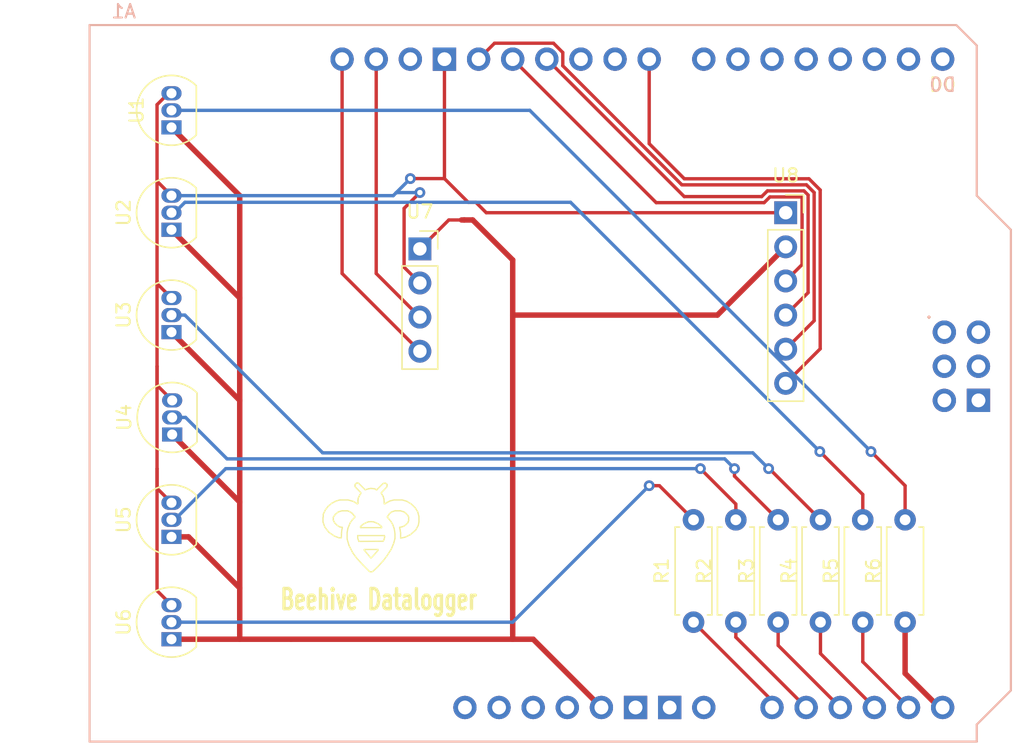
<source format=kicad_pcb>
(kicad_pcb (version 20221018) (generator pcbnew)
  (layers (0 "F.Cu" signal) (31 "B.Cu" signal) (34 "B.Paste" user) (35 "F.Paste" user) (36 "B.SilkS" user "B.Silkscreen") (37 "F.SilkS" user "F.Silkscreen") (38 "B.Mask" user) (39 "F.Mask" user) (44 "Edge.Cuts" user))
  (net 0 "")
  (net 1 "Net-(U1-GND)")
  (net 2 "Net-(U7-SDA)")
  (net 3 "Net-(U7-SCL)")
  (net 4 "Net-(U6-V_{OUT})")
  (net 5 "Net-(U5-V_{OUT})")
  (net 6 "Net-(U2-V_{OUT})")
  (net 7 "Net-(U4-V_{OUT})")
  (net 8 "Net-(U3-V_{OUT})")
  (net 9 "Net-(U1-V_{OUT})")
  (net 10 "Net-(A1-PadA0)")
  (net 11 "Net-(A1-PadA1)")
  (net 12 "Net-(A1-PadA4)")
  (net 13 "Net-(A1-PadA2)")
  (net 14 "Net-(A1-PadA3)")
  (net 15 "Net-(A1-PadA5)")
  (net 16 "Net-(A1-5V)")
  (net 17 "Net-(U8-MISO)")
  (net 18 "Net-(U8-MOSI)")
  (net 19 "Net-(U8-SCK)")
  (net 20 "Net-(U8-CS)")
  (footprint "Package_TO_SOT_THT:TO-92_Inline" (layer "F.Cu") (at 100.3808 83.82 90)
    (fp_text reference "U4" (at 1.27 -3.56 90) (layer "F.SilkS"))
    (fp_text value "LM35-LP")
    (pad "1" thru_hole rect (at 0 0 90) (size 1.05 1.5) (drill 0.75) (layers "*.Cu" "*.Mask") (net 16 "Net-(A1-5V)"))
    (pad "2" thru_hole oval (at 1.27 0 90) (size 1.05 1.5) (drill 0.75) (layers "*.Cu" "*.Mask") (net 7 "Net-(U4-V_{OUT})"))
    (pad "3" thru_hole oval (at 2.54 0 90) (size 1.05 1.5) (drill 0.75) (layers "*.Cu" "*.Mask") (net 1 "Net-(U1-GND)"))
  )
  (footprint "Package_TO_SOT_THT:TO-92_Inline" (layer "F.Cu") (at 100.33 91.44 90)
    (fp_text reference "U5" (at 1.27 -3.56 90) (layer "F.SilkS"))
    (fp_text value "LM35-LP")
    (pad "1" thru_hole rect (at 0 0 90) (size 1.05 1.5) (drill 0.75) (layers "*.Cu" "*.Mask") (net 16 "Net-(A1-5V)"))
    (pad "2" thru_hole oval (at 1.27 0 90) (size 1.05 1.5) (drill 0.75) (layers "*.Cu" "*.Mask") (net 5 "Net-(U5-V_{OUT})"))
    (pad "3" thru_hole oval (at 2.54 0 90) (size 1.05 1.5) (drill 0.75) (layers "*.Cu" "*.Mask") (net 1 "Net-(U1-GND)"))
  )
  (footprint "Package_TO_SOT_THT:TO-92_Inline" (layer "F.Cu") (at 100.33 99.06 90)
    (fp_text reference "U6" (at 1.27 -3.56 90) (layer "F.SilkS"))
    (fp_text value "LM35-LP")
    (pad "1" thru_hole rect (at 0 0 90) (size 1.05 1.5) (drill 0.75) (layers "*.Cu" "*.Mask") (net 16 "Net-(A1-5V)"))
    (pad "2" thru_hole oval (at 1.27 0 90) (size 1.05 1.5) (drill 0.75) (layers "*.Cu" "*.Mask") (net 4 "Net-(U6-V_{OUT})"))
    (pad "3" thru_hole oval (at 2.54 0 90) (size 1.05 1.5) (drill 0.75) (layers "*.Cu" "*.Mask") (net 1 "Net-(U1-GND)"))
  )
  (footprint "Resistor_THT:R_Axial_DIN0207_L6.3mm_D2.5mm_P7.62mm_Horizontal" (layer "F.Cu") (at 139.19 97.79 90)
    (fp_text reference "R1" (at 3.81 -2.37 90) (layer "F.SilkS"))
    (fp_text value "R")
    (pad "1" thru_hole circle (at 0 0 90) (size 1.6 1.6) (drill 0.8) (layers "*.Cu" "*.Mask") (net 10 "Net-(A1-PadA0)"))
    (pad "2" thru_hole oval (at 7.62 0 90) (size 1.6 1.6) (drill 0.8) (layers "*.Cu" "*.Mask") (net 4 "Net-(U6-V_{OUT})"))
  )
  (footprint "Resistor_THT:R_Axial_DIN0207_L6.3mm_D2.5mm_P7.62mm_Horizontal" (layer "F.Cu") (at 145.49 97.79 90)
    (fp_text reference "R3" (at 3.81 -2.37 90) (layer "F.SilkS"))
    (fp_text value "R")
    (pad "1" thru_hole circle (at 0 0 90) (size 1.6 1.6) (drill 0.8) (layers "*.Cu" "*.Mask") (net 13 "Net-(A1-PadA2)"))
    (pad "2" thru_hole oval (at 7.62 0 90) (size 1.6 1.6) (drill 0.8) (layers "*.Cu" "*.Mask") (net 7 "Net-(U4-V_{OUT})"))
  )
  (footprint "Resistor_THT:R_Axial_DIN0207_L6.3mm_D2.5mm_P7.62mm_Horizontal" (layer "F.Cu") (at 154.94 97.79 90)
    (fp_text reference "R6" (at 3.81 -2.37 90) (layer "F.SilkS"))
    (fp_text value "R")
    (pad "1" thru_hole circle (at 0 0 90) (size 1.6 1.6) (drill 0.8) (layers "*.Cu" "*.Mask") (net 15 "Net-(A1-PadA5)"))
    (pad "2" thru_hole oval (at 7.62 0 90) (size 1.6 1.6) (drill 0.8) (layers "*.Cu" "*.Mask") (net 9 "Net-(U1-V_{OUT})"))
  )
  (footprint "Resistor_THT:R_Axial_DIN0207_L6.3mm_D2.5mm_P7.62mm_Horizontal" (layer "F.Cu") (at 148.64 97.79 90)
    (fp_text reference "R4" (at 3.81 -2.37 90) (layer "F.SilkS"))
    (fp_text value "R")
    (pad "1" thru_hole circle (at 0 0 90) (size 1.6 1.6) (drill 0.8) (layers "*.Cu" "*.Mask") (net 14 "Net-(A1-PadA3)"))
    (pad "2" thru_hole oval (at 7.62 0 90) (size 1.6 1.6) (drill 0.8) (layers "*.Cu" "*.Mask") (net 8 "Net-(U3-V_{OUT})"))
  )
  (footprint "Resistor_THT:R_Axial_DIN0207_L6.3mm_D2.5mm_P7.62mm_Horizontal" (layer "F.Cu") (at 151.79 97.79 90)
    (fp_text reference "R5" (at 3.81 -2.37 90) (layer "F.SilkS"))
    (fp_text value "R")
    (pad "1" thru_hole circle (at 0 0 90) (size 1.6 1.6) (drill 0.8) (layers "*.Cu" "*.Mask") (net 12 "Net-(A1-PadA4)"))
    (pad "2" thru_hole oval (at 7.62 0 90) (size 1.6 1.6) (drill 0.8) (layers "*.Cu" "*.Mask") (net 6 "Net-(U2-V_{OUT})"))
  )
  (footprint "Package_TO_SOT_THT:TO-92_Inline" (layer "F.Cu") (at 100.33 76.2 90)
    (fp_text reference "U3" (at 1.27 -3.56 90) (layer "F.SilkS"))
    (fp_text value "LM35-LP")
    (pad "1" thru_hole rect (at 0 0 90) (size 1.05 1.5) (drill 0.75) (layers "*.Cu" "*.Mask") (net 16 "Net-(A1-5V)"))
    (pad "2" thru_hole oval (at 1.27 0 90) (size 1.05 1.5) (drill 0.75) (layers "*.Cu" "*.Mask") (net 8 "Net-(U3-V_{OUT})"))
    (pad "3" thru_hole oval (at 2.54 0 90) (size 1.05 1.5) (drill 0.75) (layers "*.Cu" "*.Mask") (net 1 "Net-(U1-GND)"))
  )
  (footprint "Connector_PinSocket_2.54mm:PinSocket_1x06_P2.54mm_Vertical" (layer "F.Cu") (at 146.05 67.31)
    (fp_text reference "U8" (at 0 -2.77) (layer "F.SilkS"))
    (fp_text value "~")
    (pad "1" thru_hole rect (at 0 0) (size 1.7 1.7) (drill 1) (layers "*.Cu" "*.Mask") (net 1 "Net-(U1-GND)"))
    (pad "2" thru_hole oval (at 0 2.54) (size 1.7 1.7) (drill 1) (layers "*.Cu" "*.Mask") (net 16 "Net-(A1-5V)"))
    (pad "3" thru_hole oval (at 0 5.08) (size 1.7 1.7) (drill 1) (layers "*.Cu" "*.Mask") (net 17 "Net-(U8-MISO)"))
    (pad "4" thru_hole oval (at 0 7.62) (size 1.7 1.7) (drill 1) (layers "*.Cu" "*.Mask") (net 18 "Net-(U8-MOSI)"))
    (pad "5" thru_hole oval (at 0 10.16) (size 1.7 1.7) (drill 1) (layers "*.Cu" "*.Mask") (net 19 "Net-(U8-SCK)"))
    (pad "6" thru_hole oval (at 0 12.7) (size 1.7 1.7) (drill 1) (layers "*.Cu" "*.Mask") (net 20 "Net-(U8-CS)"))
  )
  (footprint "Package_TO_SOT_THT:TO-92_Inline" (layer "F.Cu") (at 100.33 60.96 90)
    (fp_text reference "U1" (at 1.27 -2.6 90) (layer "F.SilkS"))
    (fp_text value "LM35-LP")
    (pad "1" thru_hole rect (at 0 0 90) (size 1.05 1.5) (drill 0.75) (layers "*.Cu" "*.Mask") (net 16 "Net-(A1-5V)"))
    (pad "2" thru_hole oval (at 1.27 0 90) (size 1.05 1.5) (drill 0.75) (layers "*.Cu" "*.Mask") (net 9 "Net-(U1-V_{OUT})"))
    (pad "3" thru_hole oval (at 2.54 0 90) (size 1.05 1.5) (drill 0.75) (layers "*.Cu" "*.Mask") (net 1 "Net-(U1-GND)"))
  )
  (footprint "arduino-library:Arduino_Uno_R3_Shield" (layer "F.Cu") (at 94.234 106.68)
    (fp_text reference "A1" (at 2.54 -54.356) (layer "B.SilkS") (effects (justify mirror)))
    (fp_text value "Arduino_Uno_R3_Shield")
    (fp_text user "." (at 62.484 -32.004) (layer "B.SilkS"))
    (fp_text user "D0" (at 63.5 -48.895 unlocked) (layer "B.SilkS") (effects (justify mirror)))
    (fp_text user "." (at 62.484 -32.004) (layer "F.SilkS"))
    (fp_text user "D0" (at 63.5 -48.895 unlocked) (layer "F.SilkS"))
    (pad "" np_thru_hole circle (at 13.97 -2.54) (size 3.2 3.2) (drill 3.2) (layers "*.Cu" "*.Mask"))
    (pad "" np_thru_hole circle (at 15.24 -50.8) (size 3.2 3.2) (drill 3.2) (layers "*.Cu" "*.Mask"))
    (pad "" thru_hole oval (at 27.94 -2.54) (size 1.7272 1.7272) (drill 1.016) (layers "*.Cu" "*.Mask"))
    (pad "" np_thru_hole circle (at 66.04 -35.56) (size 3.2 3.2) (drill 3.2) (layers "*.Cu" "*.Mask"))
    (pad "" np_thru_hole circle (at 66.04 -7.62) (size 3.2 3.2) (drill 3.2) (layers "*.Cu" "*.Mask"))
    (pad "3V3" thru_hole oval (at 35.56 -2.54) (size 1.7272 1.7272) (drill 1.016) (layers "*.Cu" "*.Mask"))
    (pad "5V1" thru_hole oval (at 38.1 -2.54) (size 1.7272 1.7272) (drill 1.016) (layers "*.Cu" "*.Mask") (net 16 "Net-(A1-5V)"))
    (pad "5V2" thru_hole oval (at 66.167 -30.48) (size 1.7272 1.7272) (drill 1.016) (layers "*.Cu" "*.Mask"))
    (pad "A0" thru_hole oval (at 50.8 -2.54) (size 1.7272 1.7272) (drill 1.016) (layers "*.Cu" "*.Mask") (net 10 "Net-(A1-PadA0)"))
    (pad "A1" thru_hole oval (at 53.34 -2.54) (size 1.7272 1.7272) (drill 1.016) (layers "*.Cu" "*.Mask") (net 11 "Net-(A1-PadA1)"))
    (pad "A2" thru_hole oval (at 55.88 -2.54) (size 1.7272 1.7272) (drill 1.016) (layers "*.Cu" "*.Mask") (net 13 "Net-(A1-PadA2)"))
    (pad "A3" thru_hole oval (at 58.42 -2.54) (size 1.7272 1.7272) (drill 1.016) (layers "*.Cu" "*.Mask") (net 14 "Net-(A1-PadA3)"))
    (pad "A4" thru_hole oval (at 60.96 -2.54) (size 1.7272 1.7272) (drill 1.016) (layers "*.Cu" "*.Mask") (net 12 "Net-(A1-PadA4)"))
    (pad "A5" thru_hole oval (at 63.5 -2.54) (size 1.7272 1.7272) (drill 1.016) (layers "*.Cu" "*.Mask") (net 15 "Net-(A1-PadA5)"))
    (pad "AREF" thru_hole oval (at 23.876 -50.8) (size 1.7272 1.7272) (drill 1.016) (layers "*.Cu" "*.Mask"))
    (pad "D0" thru_hole oval (at 63.5 -50.8) (size 1.7272 1.7272) (drill 1.016) (layers "*.Cu" "*.Mask"))
    (pad "D1" thru_hole oval (at 60.96 -50.8) (size 1.7272 1.7272) (drill 1.016) (layers "*.Cu" "*.Mask"))
    (pad "D2" thru_hole oval (at 58.42 -50.8) (size 1.7272 1.7272) (drill 1.016) (layers "*.Cu" "*.Mask"))
    (pad "D3" thru_hole oval (at 55.88 -50.8) (size 1.7272 1.7272) (drill 1.016) (layers "*.Cu" "*.Mask"))
    (pad "D4" thru_hole oval (at 53.34 -50.8) (size 1.7272 1.7272) (drill 1.016) (layers "*.Cu" "*.Mask"))
    (pad "D5" thru_hole oval (at 50.8 -50.8) (size 1.7272 1.7272) (drill 1.016) (layers "*.Cu" "*.Mask"))
    (pad "D6" thru_hole oval (at 48.26 -50.8) (size 1.7272 1.7272) (drill 1.016) (layers "*.Cu" "*.Mask"))
    (pad "D7" thru_hole oval (at 45.72 -50.8) (size 1.7272 1.7272) (drill 1.016) (layers "*.Cu" "*.Mask"))
    (pad "D8" thru_hole oval (at 41.656 -50.8) (size 1.7272 1.7272) (drill 1.016) (layers "*.Cu" "*.Mask") (net 20 "Net-(U8-CS)"))
    (pad "D9" thru_hole oval (at 39.116 -50.8) (size 1.7272 1.7272) (drill 1.016) (layers "*.Cu" "*.Mask"))
    (pad "D10" thru_hole oval (at 36.576 -50.8) (size 1.7272 1.7272) (drill 1.016) (layers "*.Cu" "*.Mask"))
    (pad "D11" thru_hole oval (at 34.036 -50.8) (size 1.7272 1.7272) (drill 1.016) (layers "*.Cu" "*.Mask") (net 18 "Net-(U8-MOSI)"))
    (pad "D12" thru_hole oval (at 31.496 -50.8) (size 1.7272 1.7272) (drill 1.016) (layers "*.Cu" "*.Mask") (net 17 "Net-(U8-MISO)"))
    (pad "D13" thru_hole oval (at 28.956 -50.8) (size 1.7272 1.7272) (drill 1.016) (layers "*.Cu" "*.Mask") (net 19 "Net-(U8-SCK)"))
    (pad "GND1" thru_hole rect (at 26.416 -50.8) (size 1.7272 1.7272) (drill 1.016) (layers "*.Cu" "*.Mask") (net 1 "Net-(U1-GND)"))
    (pad "GND2" thru_hole rect (at 40.64 -2.54) (size 1.7272 1.7272) (drill 1.016) (layers "*.Cu" "*.Mask"))
    (pad "GND3" thru_hole rect (at 43.18 -2.54) (size 1.7272 1.7272) (drill 1.016) (layers "*.Cu" "*.Mask"))
    (pad "GND4" thru_hole rect (at 66.167 -25.4) (size 1.7272 1.7272) (drill 1.016) (layers "*.Cu" "*.Mask"))
    (pad "IORF" thru_hole oval (at 30.48 -2.54) (size 1.7272 1.7272) (drill 1.016) (layers "*.Cu" "*.Mask"))
    (pad "MISO" thru_hole oval (at 63.627 -30.48) (size 1.7272 1.7272) (drill 1.016) (layers "*.Cu" "*.Mask"))
    (pad "MOSI" thru_hole oval (at 66.167 -27.94) (size 1.7272 1.7272) (drill 1.016) (layers "*.Cu" "*.Mask"))
    (pad "RST1" thru_hole oval (at 33.02 -2.54) (size 1.7272 1.7272) (drill 1.016) (layers "*.Cu" "*.Mask"))
    (pad "RST2" thru_hole oval (at 63.627 -25.4) (size 1.7272 1.7272) (drill 1.016) (layers "*.Cu" "*.Mask"))
    (pad "SCK" thru_hole oval (at 63.627 -27.94) (size 1.7272 1.7272) (drill 1.016) (layers "*.Cu" "*.Mask"))
    (pad "SCL" thru_hole oval (at 18.796 -50.8) (size 1.7272 1.7272) (drill 1.016) (layers "*.Cu" "*.Mask") (net 3 "Net-(U7-SCL)"))
    (pad "SDA" thru_hole oval (at 21.336 -50.8) (size 1.7272 1.7272) (drill 1.016) (layers "*.Cu" "*.Mask") (net 2 "Net-(U7-SDA)"))
    (pad "VIN" thru_hole oval (at 45.72 -2.54) (size 1.7272 1.7272) (drill 1.016) (layers "*.Cu" "*.Mask"))
  )
  (footprint "Connector_PinSocket_2.54mm:PinSocket_1x04_P2.54mm_Vertical" (layer "F.Cu") (at 118.8212 70.0024)
    (fp_text reference "U7" (at 0 -2.77) (layer "F.SilkS"))
    (fp_text value "~")
    (pad "1" thru_hole rect (at 0 0) (size 1.7 1.7) (drill 1) (layers "*.Cu" "*.Mask") (net 16 "Net-(A1-5V)"))
    (pad "2" thru_hole oval (at 0 2.54) (size 1.7 1.7) (drill 1) (layers "*.Cu" "*.Mask") (net 1 "Net-(U1-GND)"))
    (pad "3" thru_hole oval (at 0 5.08) (size 1.7 1.7) (drill 1) (layers "*.Cu" "*.Mask") (net 2 "Net-(U7-SDA)"))
    (pad "4" thru_hole oval (at 0 7.62) (size 1.7 1.7) (drill 1) (layers "*.Cu" "*.Mask") (net 3 "Net-(U7-SCL)"))
  )
  (footprint "arduino-library:Arduino_Uno_R3_Shield" (layer "F.Cu") (at 94.234 106.68)
    (fp_text reference "A1" (at 2.54 -54.356) (layer "B.SilkS") (effects (justify mirror)))
    (fp_text value "Arduino_Uno_R3_Shield")
    (fp_text user "." (at 62.484 -32.004) (layer "B.SilkS"))
    (fp_text user "D0" (at 63.5 -48.895 unlocked) (layer "B.SilkS") (effects (justify mirror)))
    (fp_text user "." (at 62.484 -32.004) (layer "F.SilkS"))
    (fp_text user "D0" (at 63.5 -48.895 unlocked) (layer "F.SilkS"))
    (pad "" np_thru_hole circle (at 13.97 -2.54) (size 3.2 3.2) (drill 3.2) (layers "*.Cu" "*.Mask"))
    (pad "" np_thru_hole circle (at 15.24 -50.8) (size 3.2 3.2) (drill 3.2) (layers "*.Cu" "*.Mask"))
    (pad "" thru_hole oval (at 27.94 -2.54) (size 1.7272 1.7272) (drill 1.016) (layers "*.Cu" "*.Mask"))
    (pad "" np_thru_hole circle (at 66.04 -35.56) (size 3.2 3.2) (drill 3.2) (layers "*.Cu" "*.Mask"))
    (pad "" np_thru_hole circle (at 66.04 -7.62) (size 3.2 3.2) (drill 3.2) (layers "*.Cu" "*.Mask"))
    (pad "3V3" thru_hole oval (at 35.56 -2.54) (size 1.7272 1.7272) (drill 1.016) (layers "*.Cu" "*.Mask"))
    (pad "5V1" thru_hole oval (at 38.1 -2.54) (size 1.7272 1.7272) (drill 1.016) (layers "*.Cu" "*.Mask") (net 16 "Net-(A1-5V)"))
    (pad "5V2" thru_hole oval (at 66.167 -30.48) (size 1.7272 1.7272) (drill 1.016) (layers "*.Cu" "*.Mask"))
    (pad "A0" thru_hole oval (at 50.8 -2.54) (size 1.7272 1.7272) (drill 1.016) (layers "*.Cu" "*.Mask") (net 10 "Net-(A1-PadA0)"))
    (pad "A1" thru_hole oval (at 53.34 -2.54) (size 1.7272 1.7272) (drill 1.016) (layers "*.Cu" "*.Mask") (net 11 "Net-(A1-PadA1)"))
    (pad "A2" thru_hole oval (at 55.88 -2.54) (size 1.7272 1.7272) (drill 1.016) (layers "*.Cu" "*.Mask") (net 13 "Net-(A1-PadA2)"))
    (pad "A3" thru_hole oval (at 58.42 -2.54) (size 1.7272 1.7272) (drill 1.016) (layers "*.Cu" "*.Mask") (net 14 "Net-(A1-PadA3)"))
    (pad "A4" thru_hole oval (at 60.96 -2.54) (size 1.7272 1.7272) (drill 1.016) (layers "*.Cu" "*.Mask") (net 12 "Net-(A1-PadA4)"))
    (pad "A5" thru_hole oval (at 63.5 -2.54) (size 1.7272 1.7272) (drill 1.016) (layers "*.Cu" "*.Mask") (net 15 "Net-(A1-PadA5)"))
    (pad "AREF" thru_hole oval (at 23.876 -50.8) (size 1.7272 1.7272) (drill 1.016) (layers "*.Cu" "*.Mask"))
    (pad "D0" thru_hole oval (at 63.5 -50.8) (size 1.7272 1.7272) (drill 1.016) (layers "*.Cu" "*.Mask"))
    (pad "D1" thru_hole oval (at 60.96 -50.8) (size 1.7272 1.7272) (drill 1.016) (layers "*.Cu" "*.Mask"))
    (pad "D2" thru_hole oval (at 58.42 -50.8) (size 1.7272 1.7272) (drill 1.016) (layers "*.Cu" "*.Mask"))
    (pad "D3" thru_hole oval (at 55.88 -50.8) (size 1.7272 1.7272) (drill 1.016) (layers "*.Cu" "*.Mask"))
    (pad "D4" thru_hole oval (at 53.34 -50.8) (size 1.7272 1.7272) (drill 1.016) (layers "*.Cu" "*.Mask"))
    (pad "D5" thru_hole oval (at 50.8 -50.8) (size 1.7272 1.7272) (drill 1.016) (layers "*.Cu" "*.Mask"))
    (pad "D6" thru_hole oval (at 48.26 -50.8) (size 1.7272 1.7272) (drill 1.016) (layers "*.Cu" "*.Mask"))
    (pad "D7" thru_hole oval (at 45.72 -50.8) (size 1.7272 1.7272) (drill 1.016) (layers "*.Cu" "*.Mask"))
    (pad "D8" thru_hole oval (at 41.656 -50.8) (size 1.7272 1.7272) (drill 1.016) (layers "*.Cu" "*.Mask") (net 20 "Net-(U8-CS)"))
    (pad "D9" thru_hole oval (at 39.116 -50.8) (size 1.7272 1.7272) (drill 1.016) (layers "*.Cu" "*.Mask"))
    (pad "D10" thru_hole oval (at 36.576 -50.8) (size 1.7272 1.7272) (drill 1.016) (layers "*.Cu" "*.Mask"))
    (pad "D11" thru_hole oval (at 34.036 -50.8) (size 1.7272 1.7272) (drill 1.016) (layers "*.Cu" "*.Mask") (net 18 "Net-(U8-MOSI)"))
    (pad "D12" thru_hole oval (at 31.496 -50.8) (size 1.7272 1.7272) (drill 1.016) (layers "*.Cu" "*.Mask") (net 17 "Net-(U8-MISO)"))
    (pad "D13" thru_hole oval (at 28.956 -50.8) (size 1.7272 1.7272) (drill 1.016) (layers "*.Cu" "*.Mask") (net 19 "Net-(U8-SCK)"))
    (pad "GND1" thru_hole rect (at 26.416 -50.8) (size 1.7272 1.7272) (drill 1.016) (layers "*.Cu" "*.Mask") (net 1 "Net-(U1-GND)"))
    (pad "GND2" thru_hole rect (at 40.64 -2.54) (size 1.7272 1.7272) (drill 1.016) (layers "*.Cu" "*.Mask"))
    (pad "GND3" thru_hole rect (at 43.18 -2.54) (size 1.7272 1.7272) (drill 1.016) (layers "*.Cu" "*.Mask"))
    (pad "GND4" thru_hole rect (at 66.167 -25.4) (size 1.7272 1.7272) (drill 1.016) (layers "*.Cu" "*.Mask"))
    (pad "IORF" thru_hole oval (at 30.48 -2.54) (size 1.7272 1.7272) (drill 1.016) (layers "*.Cu" "*.Mask"))
    (pad "MISO" thru_hole oval (at 63.627 -30.48) (size 1.7272 1.7272) (drill 1.016) (layers "*.Cu" "*.Mask"))
    (pad "MOSI" thru_hole oval (at 66.167 -27.94) (size 1.7272 1.7272) (drill 1.016) (layers "*.Cu" "*.Mask"))
    (pad "RST1" thru_hole oval (at 33.02 -2.54) (size 1.7272 1.7272) (drill 1.016) (layers "*.Cu" "*.Mask"))
    (pad "RST2" thru_hole oval (at 63.627 -25.4) (size 1.7272 1.7272) (drill 1.016) (layers "*.Cu" "*.Mask"))
    (pad "SCK" thru_hole oval (at 63.627 -27.94) (size 1.7272 1.7272) (drill 1.016) (layers "*.Cu" "*.Mask"))
    (pad "SCL" thru_hole oval (at 18.796 -50.8) (size 1.7272 1.7272) (drill 1.016) (layers "*.Cu" "*.Mask") (net 3 "Net-(U7-SCL)"))
    (pad "SDA" thru_hole oval (at 21.336 -50.8) (size 1.7272 1.7272) (drill 1.016) (layers "*.Cu" "*.Mask") (net 2 "Net-(U7-SDA)"))
    (pad "VIN" thru_hole oval (at 45.72 -2.54) (size 1.7272 1.7272) (drill 1.016) (layers "*.Cu" "*.Mask"))
  )
  (footprint "Resistor_THT:R_Axial_DIN0207_L6.3mm_D2.5mm_P7.62mm_Horizontal" (layer "F.Cu") (at 142.34 97.79 90)
    (fp_text reference "R2" (at 3.81 -2.37 90) (layer "F.SilkS"))
    (fp_text value "R")
    (pad "1" thru_hole circle (at 0 0 90) (size 1.6 1.6) (drill 0.8) (layers "*.Cu" "*.Mask") (net 11 "Net-(A1-PadA1)"))
    (pad "2" thru_hole oval (at 7.62 0 90) (size 1.6 1.6) (drill 0.8) (layers "*.Cu" "*.Mask") (net 5 "Net-(U5-V_{OUT})"))
  )
  (footprint "Package_TO_SOT_THT:TO-92_Inline" (layer "F.Cu") (at 100.33 68.58 90)
    (fp_text reference "U2" (at 1.27 -3.56 90) (layer "F.SilkS"))
    (fp_text value "LM35-LP")
    (pad "1" thru_hole rect (at 0 0 90) (size 1.05 1.5) (drill 0.75) (layers "*.Cu" "*.Mask") (net 16 "Net-(A1-5V)"))
    (pad "2" thru_hole oval (at 1.27 0 90) (size 1.05 1.5) (drill 0.75) (layers "*.Cu" "*.Mask") (net 6 "Net-(U2-V_{OUT})"))
    (pad "3" thru_hole oval (at 2.54 0 90) (size 1.05 1.5) (drill 0.75) (layers "*.Cu" "*.Mask") (net 1 "Net-(U1-GND)"))
  )
  (gr_line (start 115.319149 90.307451) (end 115.029827 90.307451) (stroke (width 0.1)) (layer "F.SilkS"))
  (gr_line (start 116.965413 91.197669) (end 116.915539 90.84572) (stroke (width 0.1)) (layer "F.SilkS"))
  (gr_line (start 118.511902 90.928534) (end 118.701476 90.586931) (stroke (width 0.1)) (layer "F.SilkS"))
  (gr_line (start 114.441156 90.638683) (end 114.401256 90.68009) (stroke (width 0.1)) (layer "F.SilkS"))
  (gr_line (start 114.171757 88.982455) (end 114.111908 88.951401) (stroke (width 0.1)) (layer "F.SilkS"))
  (gr_line (start 111.6076 90.0176) (end 111.6076 90.328142) (stroke (width 0.1)) (layer "F.SilkS"))
  (gr_line (start 114.191733 91.342581) (end 116.177193 91.342581) (stroke (width 0.1)) (layer "F.SilkS"))
  (gr_line (start 117.643857 89.582837) (end 117.773582 89.68635) (stroke (width 0.1)) (layer "F.SilkS"))
  (gr_line (start 116.137293 91.673839) (end 116.077444 91.766999) (stroke (width 0.1)) (layer "F.SilkS"))
  (gr_line (start 117.36451 91.011349) (end 117.384459 91.135544) (stroke (width 0.1)) (layer "F.SilkS"))
  (gr_line (start 117.983106 90.224637) (end 117.923231 90.390239) (stroke (width 0.1)) (layer "F.SilkS"))
  (gr_line (start 113.403515 91.114854) (end 113.403515 91.601369) (stroke (width 0.1)) (layer "F.SilkS"))
  (gr_line (start 118.66155 89.582837) (end 118.471976 89.272293) (stroke (width 0.1)) (layer "F.SilkS"))
  (gr_line (start 115.1695 87.833444) (end 115.009851 87.854147) (stroke (width 0.1)) (layer "F.SilkS"))
  (gr_line (start 114.351356 88.309612) (end 114.301482 88.413125) (stroke (width 0.1)) (layer "F.SilkS"))
  (gr_line (start 114.301482 88.413125) (end 114.231632 88.558048) (stroke (width 0.1)) (layer "F.SilkS"))
  (gr_line (start 112.375852 90.193575) (end 112.375852 89.976193) (stroke (width 0.1)) (layer "F.SilkS"))
  (gr_line (start 115.618472 87.926606) (end 115.598522 87.95766) (stroke (width 0.1)) (layer "F.SilkS"))
  (gr_line (start 114.111908 88.951401) (end 113.882424 88.806481) (stroke (width 0.1)) (layer "F.SilkS"))
  (gr_line (start 113.573129 89.551785) (end 113.742743 89.655301) (stroke (width 0.1)) (layer "F.SilkS"))
  (gr_line (start 115.957694 88.143988) (end 116.356791 87.719578) (stroke (width 0.1)) (layer "F.SilkS"))
  (gr_line (start 113.802607 90.162513) (end 113.632994 90.390239) (stroke (width 0.1)) (layer "F.SilkS"))
  (gr_line (start 116.077444 91.766999) (end 114.281506 91.777344) (stroke (width 0.1)) (layer "F.SilkS"))
  (gr_line (start 114.261556 87.450441) (end 114.191733 87.429737) (stroke (width 0.1)) (layer "F.SilkS"))
  (gr_line (start 117.833431 88.78578) (end 117.514158 88.692615) (stroke (width 0.1)) (layer "F.SilkS"))
  (gr_line (start 113.922334 89.862343) (end 113.972221 89.903724) (stroke (width 0.1)) (layer "F.SilkS"))
  (gr_line (start 111.996715 89.158432) (end 111.797169 89.406865) (stroke (width 0.1)) (layer "F.SilkS"))
  (gr_line (start 116.406692 89.986538) (end 116.406692 89.92444) (stroke (width 0.1)) (layer "F.SilkS"))
  (gr_line (start 115.698296 92.450206) (end 115.2094 92.998819) (stroke (width 0.1)) (layer "F.SilkS"))
  (gr_line (start 114.401256 90.68009) (end 114.401256 90.731843) (stroke (width 0.1)) (layer "F.SilkS"))
  (gr_line (start 116.965413 89.500025) (end 117.374485 89.500025) (stroke (width 0.1)) (layer "F.SilkS"))
  (gr_line (start 115.668372 93.682026) (end 116.077444 93.236891) (stroke (width 0.1)) (layer "F.SilkS"))
  (gr_line (start 115.049776 94.002913) (end 115.129601 94.04432) (stroke (width 0.1)) (layer "F.SilkS"))
  (gr_line (start 112.256126 88.94105) (end 111.996715 89.158432) (stroke (width 0.1)) (layer "F.SilkS"))
  (gr_line (start 117.743631 91.456458) (end 118.122779 91.270138) (stroke (width 0.1)) (layer "F.SilkS"))
  (gr_line (start 111.737304 90.700807) (end 112.036625 91.094163) (stroke (width 0.1)) (layer "F.SilkS"))
  (gr_line (start 115.438873 87.854147) (end 115.1695 87.833444) (stroke (width 0.1)) (layer "F.SilkS"))
  (gr_line (start 118.122779 91.270138) (end 118.511902 90.928534) (stroke (width 0.1)) (layer "F.SilkS"))
  (gr_line (start 116.71599 89.582837) (end 116.965413 89.500025) (stroke (width 0.1)) (layer "F.SilkS"))
  (gr_line (start 117.983106 89.965848) (end 117.983106 90.224637) (stroke (width 0.1)) (layer "F.SilkS"))
  (gr_line (start 113.46338 90.804312) (end 113.403515 91.114854) (stroke (width 0.1)) (layer "F.SilkS"))
  (gr_line (start 113.632994 90.390239) (end 113.46338 90.804312) (stroke (width 0.1)) (layer "F.SilkS"))
  (gr_line (start 116.406692 89.92444) (end 116.55634 89.717407) (stroke (width 0.1)) (layer "F.SilkS"))
  (gr_line (start 113.852495 89.769167) (end 113.922334 89.862343) (stroke (width 0.1)) (layer "F.SilkS"))
  (gr_line (start 116.376741 88.878942) (end 116.227093 88.972105) (stroke (width 0.1)) (layer "F.SilkS"))
  (gr_line (start 113.992184 87.688524) (end 114.081984 87.792039) (stroke (width 0.1)) (layer "F.SilkS"))
  (gr_line (start 117.923231 89.841626) (end 117.983106 89.965848) (stroke (width 0.1)) (layer "F.SilkS"))
  (gr_line (start 117.623907 90.649029) (end 117.464284 90.700807) (stroke (width 0.1)) (layer "F.SilkS"))
  (gr_line (start 113.543197 92.07754) (end 113.822562 92.626153) (stroke (width 0.1)) (layer "F.SilkS"))
  (gr_line (start 116.257017 87.440088) (end 116.147268 87.440088) (stroke (width 0.1)) (layer "F.SilkS"))
  (gr_line (start 117.314609 90.825003) (end 117.344561 90.86641) (stroke (width 0.1)) (layer "F.SilkS"))
  (gr_line (start 117.514158 88.692615) (end 116.885588 88.692615) (stroke (width 0.1)) (layer "F.SilkS"))
  (gr_line (start 112.505556 88.806481) (end 112.256126 88.94105) (stroke (width 0.1)) (layer "F.SilkS"))
  (gr_line (start 117.344561 90.86641) (end 117.36451 91.011349) (stroke (width 0.1)) (layer "F.SilkS"))
  (gr_line (start 112.794899 91.50821) (end 112.974491 91.50821) (stroke (width 0.1)) (layer "F.SilkS"))
  (gr_line (start 117.763607 90.545523) (end 117.623907 90.649029) (stroke (width 0.1)) (layer "F.SilkS"))
  (gr_line (start 112.036625 91.094163) (end 112.465649 91.383988) (stroke (width 0.1)) (layer "F.SilkS"))
  (gr_line (start 116.965413 91.559962) (end 116.965413 91.197669) (stroke (width 0.1)) (layer "F.SilkS"))
  (gr_line (start 114.211682 88.951401) (end 114.171757 88.982455) (stroke (width 0.1)) (layer "F.SilkS"))
  (gr_line (start 116.197168 91.425395) (end 116.177193 91.559962) (stroke (width 0.1)) (layer "F.SilkS"))
  (gr_line (start 118.701476 90.586931) (end 118.75135 90.328142) (stroke (width 0.1)) (layer "F.SilkS"))
  (gr_line (start 117.384459 91.135544) (end 117.384459 91.518555) (stroke (width 0.1)) (layer "F.SilkS"))
  (gr_line (start 115.029827 90.307451) (end 114.850228 90.369549) (stroke (width 0.1)) (layer "F.SilkS"))
  (gr_line (start 114.850228 90.369549) (end 114.670629 90.452364) (stroke (width 0.1)) (layer "F.SilkS"))
  (gr_line (start 116.805763 90.535178) (end 116.676064 90.307451) (stroke (width 0.1)) (layer "F.SilkS"))
  (gr_line (start 116.875613 91.901566) (end 116.965413 91.559962) (stroke (width 0.1)) (layer "F.SilkS"))
  (gr_line (start 111.627555 89.934786) (end 111.6076 90.0176) (stroke (width 0.1)) (layer "F.SilkS"))
  (gr_line (start 114.231632 88.558048) (end 114.211682 88.713318) (stroke (width 0.1)) (layer "F.SilkS"))
  (gr_line (start 115.698296 92.377736) (end 115.698296 92.450206) (stroke (width 0.1)) (layer "F.SilkS"))
  (gr_line (start 118.75135 90.328142) (end 118.75135 89.92444) (stroke (width 0.1)) (layer "F.SilkS"))
  (gr_line (start 116.596239 88.765076) (end 116.376741 88.878942) (stroke (width 0.1)) (layer "F.SilkS"))
  (gr_line (start 113.972221 89.986538) (end 113.802607 90.162513) (stroke (width 0.1)) (layer "F.SilkS"))
  (gr_line (start 114.670629 90.452364) (end 114.54093 90.545523) (stroke (width 0.1)) (layer "F.SilkS"))
  (gr_line (start 115.708271 90.462709) (end 115.468823 90.359204) (stroke (width 0.1)) (layer "F.SilkS"))
  (gr_line (start 117.314609 90.731843) (end 117.314609 90.825003) (stroke (width 0.1)) (layer "F.SilkS"))
  (gr_line (start 116.177193 91.342581) (end 116.197168 91.425395) (stroke (width 0.1)) (layer "F.SilkS"))
  (gr_line (start 114.54093 90.545523) (end 114.441156 90.638683) (stroke (width 0.1)) (layer "F.SilkS"))
  (gr_line (start 111.797169 89.406865) (end 111.717349 89.572489) (stroke (width 0.1)) (layer "F.SilkS"))
  (gr_line (start 113.403515 91.601369) (end 113.543197 92.07754) (stroke (width 0.1)) (layer "F.SilkS"))
  (gr_line (start 112.665195 90.586931) (end 112.475627 90.400611) (stroke (width 0.1)) (layer "F.SilkS"))
  (gr_line (start 115.2094 92.998819) (end 115.159526 92.998819) (stroke (width 0.1)) (layer "F.SilkS"))
  (gr_line (start 114.211682 88.713318) (end 114.211682 88.951401) (stroke (width 0.1)) (layer "F.SilkS"))
  (gr_line (start 114.111908 93.01951) (end 114.590804 93.537087) (stroke (width 0.1)) (layer "F.SilkS"))
  (gr_line (start 113.972221 89.903724) (end 113.972221 89.99691) (stroke (width 0.1)) (layer "F.SilkS"))
  (gr_line (start 114.421206 90.75256) (end 115.937745 90.75256) (stroke (width 0.1)) (layer "F.SilkS"))
  (gr_line (start 114.680603 92.377736) (end 115.698296 92.377736) (stroke (width 0.1)) (layer "F.SilkS"))
  (gr_line (start 115.598522 87.95766) (end 115.498748 87.885202) (stroke (width 0.1)) (layer "F.SilkS"))
  (gr_line (start 113.044333 90.731843) (end 112.854764 90.700807) (stroke (width 0.1)) (layer "F.SilkS"))
  (gr_line (start 116.376741 87.533253) (end 116.257017 87.440088) (stroke (width 0.1)) (layer "F.SilkS"))
  (gr_line (start 115.957694 88.216449) (end 115.957694 88.143988) (stroke (width 0.1)) (layer "F.SilkS"))
  (gr_line (start 115.967669 90.68009) (end 115.897845 90.607647) (stroke (width 0.1)) (layer "F.SilkS"))
  (gr_line (start 118.481951 89.282649) (end 118.182654 88.992808) (stroke (width 0.1)) (layer "F.SilkS"))
  (gr_line (start 114.191733 87.429737) (end 114.111908 87.429737) (stroke (width 0.1)) (layer "F.SilkS"))
  (gr_line (start 115.937745 90.75256) (end 115.967669 90.75256) (stroke (width 0.1)) (layer "F.SilkS"))
  (gr_line (start 117.773582 89.68635) (end 117.923231 89.841626) (stroke (width 0.1)) (layer "F.SilkS"))
  (gr_line (start 115.897845 90.607647) (end 115.708271 90.462709) (stroke (width 0.1)) (layer "F.SilkS"))
  (gr_line (start 116.177193 91.559962) (end 116.137293 91.673839) (stroke (width 0.1)) (layer "F.SilkS"))
  (gr_line (start 112.375852 89.976193) (end 112.535489 89.748463) (stroke (width 0.1)) (layer "F.SilkS"))
  (gr_line (start 114.401256 90.731843) (end 114.421206 90.75256) (stroke (width 0.1)) (layer "F.SilkS"))
  (gr_line (start 113.992184 87.574658) (end 113.992184 87.688524) (stroke (width 0.1)) (layer "F.SilkS"))
  (gr_line (start 112.475627 90.400611) (end 112.375852 90.193575) (stroke (width 0.1)) (layer "F.SilkS"))
  (gr_line (start 116.48649 90.079698) (end 116.406692 89.986538) (stroke (width 0.1)) (layer "F.SilkS"))
  (gr_line (start 116.346817 92.884943) (end 116.696014 92.346674) (stroke (width 0.1)) (layer "F.SilkS"))
  (gr_line (start 114.191733 91.539272) (end 114.191733 91.342581) (stroke (width 0.1)) (layer "F.SilkS"))
  (gr_line (start 115.129601 94.04432) (end 115.249325 94.04432) (stroke (width 0.1)) (layer "F.SilkS"))
  (gr_line (start 115.468823 90.359204) (end 115.319149 90.307451) (stroke (width 0.1)) (layer "F.SilkS"))
  (gr_line (start 116.696014 92.346674) (end 116.875613 91.901566) (stroke (width 0.1)) (layer "F.SilkS"))
  (gr_line (start 116.147268 87.440088) (end 116.067443 87.481495) (stroke (width 0.1)) (layer "F.SilkS"))
  (gr_line (start 117.414384 91.528901) (end 117.743631 91.456458) (stroke (width 0.1)) (layer "F.SilkS"))
  (gr_line (start 114.231632 91.642777) (end 114.191733 91.539272) (stroke (width 0.1)) (layer "F.SilkS"))
  (gr_line (start 114.680603 92.429489) (end 114.680603 92.377736) (stroke (width 0.1)) (layer "F.SilkS"))
  (gr_line (start 118.182654 88.992808) (end 117.833431 88.78578) (stroke (width 0.1)) (layer "F.SilkS"))
  (gr_line (start 116.167218 88.972105) (end 116.147268 88.630506) (stroke (width 0.1)) (layer "F.SilkS"))
  (gr_line (start 111.627555 89.758817) (end 111.627555 89.934786) (stroke (width 0.1)) (layer "F.SilkS"))
  (gr_line (start 113.044333 90.783622) (end 113.044333 90.731843) (stroke (width 0.1)) (layer "F.SilkS"))
  (gr_line (start 111.717349 89.572489) (end 111.627555 89.758817) (stroke (width 0.1)) (layer "F.SilkS"))
  (gr_line (start 115.159526 92.998819) (end 114.680603 92.429489) (stroke (width 0.1)) (layer "F.SilkS"))
  (gr_line (start 112.764967 89.572489) (end 113.024378 89.50003) (stroke (width 0.1)) (layer "F.SilkS"))
  (gr_line (start 116.147268 88.630506) (end 116.087419 88.423478) (stroke (width 0.1)) (layer "F.SilkS"))
  (gr_line (start 113.742743 89.655301) (end 113.852495 89.769167) (stroke (width 0.1)) (layer "F.SilkS"))
  (gr_line (start 113.004423 90.949225) (end 113.044333 90.783622) (stroke (width 0.1)) (layer "F.SilkS"))
  (gr_line (start 116.067443 87.481495) (end 115.618472 87.926606) (stroke (width 0.1)) (layer "F.SilkS"))
  (gr_line (start 114.281506 91.777344) (end 114.231632 91.642777) (stroke (width 0.1)) (layer "F.SilkS"))
  (gr_line (start 112.535489 89.748463) (end 112.764967 89.572489) (stroke (width 0.1)) (layer "F.SilkS"))
  (gr_line (start 117.384459 91.518555) (end 117.414384 91.528901) (stroke (width 0.1)) (layer "F.SilkS"))
  (gr_line (start 114.421206 88.143988) (end 114.421206 88.216449) (stroke (width 0.1)) (layer "F.SilkS"))
  (gr_line (start 116.885588 88.692615) (end 116.596239 88.765076) (stroke (width 0.1)) (layer "F.SilkS"))
  (gr_line (start 113.42347 89.50003) (end 113.573129 89.551785) (stroke (width 0.1)) (layer "F.SilkS"))
  (gr_line (start 115.329124 94.002913) (end 115.668372 93.682026) (stroke (width 0.1)) (layer "F.SilkS"))
  (gr_line (start 116.227093 88.972105) (end 116.167218 88.972105) (stroke (width 0.1)) (layer "F.SilkS"))
  (gr_line (start 116.077444 93.236891) (end 116.346817 92.884943) (stroke (width 0.1)) (layer "F.SilkS"))
  (gr_line (start 112.974491 91.50821) (end 112.984468 91.166606) (stroke (width 0.1)) (layer "F.SilkS"))
  (gr_line (start 114.111908 87.429737) (end 114.022108 87.512549) (stroke (width 0.1)) (layer "F.SilkS"))
  (gr_line (start 112.984468 91.166606) (end 113.004423 90.949225) (stroke (width 0.1)) (layer "F.SilkS"))
  (gr_line (start 112.465649 91.383988) (end 112.794899 91.50821) (stroke (width 0.1)) (layer "F.SilkS"))
  (gr_line (start 115.249325 94.04432) (end 115.329124 94.002913) (stroke (width 0.1)) (layer "F.SilkS"))
  (gr_line (start 111.6076 90.328142) (end 111.737304 90.700807) (stroke (width 0.1)) (layer "F.SilkS"))
  (gr_line (start 113.822562 92.626153) (end 114.111908 93.01951) (stroke (width 0.1)) (layer "F.SilkS"))
  (gr_line (start 116.356791 87.719578) (end 116.376741 87.616065) (stroke (width 0.1)) (layer "F.SilkS"))
  (gr_line (start 112.864741 88.692615) (end 112.655218 88.744372) (stroke (width 0.1)) (layer "F.SilkS"))
  (gr_line (start 114.590804 93.537087) (end 115.049776 94.002913) (stroke (width 0.1)) (layer "F.SilkS"))
  (gr_line (start 117.464284 90.700807) (end 117.314609 90.731843) (stroke (width 0.1)) (layer "F.SilkS"))
  (gr_line (start 115.009851 87.854147) (end 114.750453 87.936959) (stroke (width 0.1)) (layer "F.SilkS"))
  (gr_line (start 113.024378 89.50003) (end 113.42347 89.50003) (stroke (width 0.1)) (layer "F.SilkS"))
  (gr_line (start 114.022108 87.512549) (end 113.992184 87.574658) (stroke (width 0.1)) (layer "F.SilkS"))
  (gr_line (start 115.498748 87.885202) (end 115.438873 87.854147) (stroke (width 0.1)) (layer "F.SilkS"))
  (gr_line (start 117.374485 89.500025) (end 117.643857 89.582837) (stroke (width 0.1)) (layer "F.SilkS"))
  (gr_line (start 114.421206 88.216449) (end 114.351356 88.309612) (stroke (width 0.1)) (layer "F.SilkS"))
  (gr_line (start 112.854764 90.700807) (end 112.665195 90.586931) (stroke (width 0.1)) (layer "F.SilkS"))
  (gr_line (start 116.915539 90.84572) (end 116.805763 90.535178) (stroke (width 0.1)) (layer "F.SilkS"))
  (gr_line (start 116.676064 90.307451) (end 116.48649 90.079698) (stroke (width 0.1)) (layer "F.SilkS"))
  (gr_line (start 116.087419 88.423478) (end 115.957694 88.216449) (stroke (width 0.1)) (layer "F.SilkS"))
  (gr_line (start 114.750453 87.936959) (end 114.261556 87.450441) (stroke (width 0.1)) (layer "F.SilkS"))
  (gr_line (start 116.376741 87.616065) (end 116.376741 87.533253) (stroke (width 0.1)) (layer "F.SilkS"))
  (gr_line (start 113.483332 88.692615) (end 112.864741 88.692615) (stroke (width 0.1)) (layer "F.SilkS"))
  (gr_line (start 118.75135 89.92444) (end 118.66155 89.582837) (stroke (width 0.1)) (layer "F.SilkS"))
  (gr_line (start 113.882424 88.806481) (end 113.483332 88.692615) (stroke (width 0.1)) (layer "F.SilkS"))
  (gr_line (start 112.655218 88.744372) (end 112.505556 88.806481) (stroke (width 0.1)) (layer "F.SilkS"))
  (gr_line (start 117.923231 90.390239) (end 117.763607 90.545523) (stroke (width 0.1)) (layer "F.SilkS"))
  (gr_line (start 114.081984 87.792039) (end 114.421206 88.143988) (stroke (width 0.1)) (layer "F.SilkS"))
  (gr_line (start 116.55634 89.717407) (end 116.71599 89.582837) (stroke (width 0.1)) (layer "F.SilkS"))
  (gr_line (start 115.967669 90.75256) (end 115.967669 90.68009) (stroke (width 0.1)) (layer "F.SilkS"))
  (gr_text "Beehive Datalogger" (at 108.3056 96.9772) (layer "F.SilkS") (effects (font (size 1.5 1) (thickness 0.25) bold) (justify left bottom)))
  (segment (start 118.8212 65.8105) (end 117.6462 66.9855) (width 0.25) (layer "F.Cu") (net 1))
  (segment (start 123.762 67.31) (end 146.05 67.31) (width 0.25) (layer "F.Cu") (net 1))
  (segment (start 122.9934 66.5414) (end 123.762 67.31) (width 0.25) (layer "F.Cu") (net 1))
  (segment (start 99.255 59.27) (end 99.255 64.965) (width 0.25) (layer "F.Cu") (net 1))
  (segment (start 120.65 55.88) (end 120.65 64.77) (width 0.25) (layer "F.Cu") (net 1))
  (segment (start 99.255 64.965) (end 99.255 72.39) (width 0.25) (layer "F.Cu") (net 1))
  (segment (start 120.65 64.77) (end 122.4214 66.5414) (width 0.25) (layer "F.Cu") (net 1))
  (segment (start 99.255 95.445) (end 100.33 96.52) (width 0.25) (layer "F.Cu") (net 1))
  (segment (start 120.65 64.77) (end 118.11 64.77) (width 0.25) (layer "F.Cu") (net 1))
  (segment (start 99.255 86.36) (end 99.255 87.825) (width 0.25) (layer "F.Cu") (net 1))
  (segment (start 99.255 87.825) (end 100.33 88.9) (width 0.25) (layer "F.Cu") (net 1))
  (segment (start 99.255 78.74) (end 99.255 80.1542) (width 0.25) (layer "F.Cu") (net 1))
  (segment (start 100.33 58.42) (end 100.105 58.42) (width 0.25) (layer "F.Cu") (net 1))
  (segment (start 117.6462 71.3674) (end 118.8212 72.5424) (width 0.25) (layer "F.Cu") (net 1))
  (segment (start 99.255 72.39) (end 99.255 72.585) (width 0.25) (layer "F.Cu") (net 1))
  (segment (start 122.4214 66.5414) (end 122.9934 66.5414) (width 0.25) (layer "F.Cu") (net 1))
  (segment (start 99.255 78.74) (end 99.255 86.36) (width 0.25) (layer "F.Cu") (net 1))
  (segment (start 99.255 64.965) (end 100.33 66.04) (width 0.25) (layer "F.Cu") (net 1))
  (segment (start 99.255 72.39) (end 99.255 78.74) (width 0.25) (layer "F.Cu") (net 1))
  (segment (start 99.255 86.36) (end 99.255 95.445) (width 0.25) (layer "F.Cu") (net 1))
  (segment (start 99.255 80.1542) (end 100.3808 81.28) (width 0.25) (layer "F.Cu") (net 1))
  (segment (start 100.105 58.42) (end 99.255 59.27) (width 0.25) (layer "F.Cu") (net 1))
  (segment (start 117.6462 66.9855) (end 117.6462 71.3674) (width 0.25) (layer "F.Cu") (net 1))
  (segment (start 99.255 72.585) (end 100.33 73.66) (width 0.25) (layer "F.Cu") (net 1))
  (via (at 118.11 64.77) (size 0.8) (drill 0.4) (layers "F.Cu" "B.Cu") (net 1))
  (via (at 118.8212 65.8105) (size 0.8) (drill 0.4) (layers "F.Cu" "B.Cu") (net 1))
  (segment (start 117.0432 65.8368) (end 116.84 66.04) (width 0.25) (layer "B.Cu") (net 1))
  (segment (start 117.0432 65.8368) (end 117.0695 65.8105) (width 0.25) (layer "B.Cu") (net 1))
  (segment (start 116.84 66.04) (end 100.33 66.04) (width 0.25) (layer "B.Cu") (net 1))
  (segment (start 118.11 64.77) (end 117.0432 65.8368) (width 0.25) (layer "B.Cu") (net 1))
  (segment (start 117.0695 65.8105) (end 118.8212 65.8105) (width 0.25) (layer "B.Cu") (net 1))
  (segment (start 115.57 71.8312) (end 118.8212 75.0824) (width 0.25) (layer "F.Cu") (net 2))
  (segment (start 115.57 55.88) (end 115.57 71.8312) (width 0.25) (layer "F.Cu") (net 2))
  (segment (start 113.03 55.88) (end 113.03 71.8312) (width 0.25) (layer "F.Cu") (net 3))
  (segment (start 113.03 71.8312) (end 118.8212 77.6224) (width 0.25) (layer "F.Cu") (net 3))
  (segment (start 135.89 87.63) (end 136.65 87.63) (width 0.25) (layer "F.Cu") (net 4))
  (segment (start 136.65 87.63) (end 139.19 90.17) (width 0.25) (layer "F.Cu") (net 4))
  (via (at 135.89 87.63) (size 0.8) (drill 0.4) (layers "F.Cu" "B.Cu") (net 4))
  (segment (start 125.73 97.79) (end 100.33 97.79) (width 0.25) (layer "B.Cu") (net 4))
  (segment (start 135.89 87.63) (end 125.73 97.79) (width 0.25) (layer "B.Cu") (net 4))
  (segment (start 139.7 86.36) (end 142.34 89) (width 0.25) (layer "F.Cu") (net 5))
  (segment (start 142.34 89) (end 142.34 90.17) (width 0.25) (layer "F.Cu") (net 5))
  (via (at 139.7 86.36) (size 0.8) (drill 0.4) (layers "F.Cu" "B.Cu") (net 5))
  (segment (start 104.365 86.36) (end 100.555 90.17) (width 0.25) (layer "B.Cu") (net 5))
  (segment (start 100.555 90.17) (end 100.33 90.17) (width 0.25) (layer "B.Cu") (net 5))
  (segment (start 139.7 86.36) (end 104.365 86.36) (width 0.25) (layer "B.Cu") (net 5))
  (segment (start 151.79 88.29) (end 151.79 90.17) (width 0.25) (layer "F.Cu") (net 6))
  (segment (start 151.79 88.29) (end 148.59 85.09) (width 0.25) (layer "F.Cu") (net 6))
  (via (at 148.59 85.09) (size 0.8) (drill 0.4) (layers "F.Cu" "B.Cu") (net 6))
  (segment (start 100.555 67.31) (end 100.33 67.31) (width 0.25) (layer "B.Cu") (net 6))
  (segment (start 130.035 66.535) (end 101.33 66.535) (width 0.25) (layer "B.Cu") (net 6))
  (segment (start 101.33 66.535) (end 100.555 67.31) (width 0.25) (layer "B.Cu") (net 6))
  (segment (start 148.59 85.09) (end 130.035 66.535) (width 0.25) (layer "B.Cu") (net 6))
  (segment (start 142.24 86.36) (end 142.24 86.92) (width 0.25) (layer "F.Cu") (net 7))
  (segment (start 142.24 86.92) (end 145.49 90.17) (width 0.25) (layer "F.Cu") (net 7))
  (via (at 142.24 86.36) (size 0.8) (drill 0.4) (layers "F.Cu" "B.Cu") (net 7))
  (segment (start 101.3808 82.55) (end 100.3808 82.55) (width 0.25) (layer "B.Cu") (net 7))
  (segment (start 141.515 85.635) (end 104.4658 85.635) (width 0.25) (layer "B.Cu") (net 7))
  (segment (start 104.4658 85.635) (end 101.3808 82.55) (width 0.25) (layer "B.Cu") (net 7))
  (segment (start 142.24 86.36) (end 141.515 85.635) (width 0.25) (layer "B.Cu") (net 7))
  (segment (start 144.78 86.36) (end 144.83 86.36) (width 0.25) (layer "F.Cu") (net 8))
  (segment (start 144.83 86.36) (end 148.64 90.17) (width 0.25) (layer "F.Cu") (net 8))
  (via (at 144.78 86.36) (size 0.8) (drill 0.4) (layers "F.Cu" "B.Cu") (net 8))
  (segment (start 101.33 74.93) (end 100.33 74.93) (width 0.25) (layer "B.Cu") (net 8))
  (segment (start 143.605 85.185) (end 111.585 85.185) (width 0.25) (layer "B.Cu") (net 8))
  (segment (start 111.585 85.185) (end 101.33 74.93) (width 0.25) (layer "B.Cu") (net 8))
  (segment (start 144.78 86.36) (end 143.605 85.185) (width 0.25) (layer "B.Cu") (net 8))
  (segment (start 154.94 87.63) (end 152.4 85.09) (width 0.25) (layer "F.Cu") (net 9))
  (segment (start 154.94 87.63) (end 154.94 90.17) (width 0.25) (layer "F.Cu") (net 9))
  (via (at 152.4 85.09) (size 0.8) (drill 0.4) (layers "F.Cu" "B.Cu") (net 9))
  (segment (start 152.4 85.09) (end 127 59.69) (width 0.25) (layer "B.Cu") (net 9))
  (segment (start 127 59.69) (end 100.33 59.69) (width 0.25) (layer "B.Cu") (net 9))
  (segment (start 139.19 97.79) (end 145.034 103.634) (width 0.25) (layer "F.Cu") (net 10))
  (segment (start 145.034 103.634) (end 145.034 104.14) (width 0.25) (layer "F.Cu") (net 10))
  (segment (start 142.34 97.79) (end 142.34 98.906) (width 0.25) (layer "F.Cu") (net 11))
  (segment (start 142.34 98.906) (end 147.574 104.14) (width 0.25) (layer "F.Cu") (net 11))
  (segment (start 151.79 97.79) (end 151.79 100.736) (width 0.25) (layer "F.Cu") (net 12))
  (segment (start 151.79 100.736) (end 155.194 104.14) (width 0.25) (layer "F.Cu") (net 12))
  (segment (start 145.49 97.79) (end 145.49 99.516) (width 0.25) (layer "F.Cu") (net 13))
  (segment (start 145.49 99.516) (end 150.114 104.14) (width 0.25) (layer "F.Cu") (net 13))
  (segment (start 148.64 100.126) (end 152.654 104.14) (width 0.25) (layer "F.Cu") (net 14))
  (segment (start 148.64 97.79) (end 148.64 100.126) (width 0.25) (layer "F.Cu") (net 14))
  (segment (start 157.48 104.14) (end 154.94 101.6) (width 0.406) (layer "F.Cu") (net 15))
  (segment (start 154.94 101.6) (end 154.94 97.79) (width 0.406) (layer "F.Cu") (net 15))
  (segment (start 157.734 104.14) (end 157.48 104.14) (width 0.406) (layer "F.Cu") (net 15))
  (segment (start 100.33 60.96) (end 105.41 66.04) (width 0.406) (layer "F.Cu") (net 16))
  (segment (start 100.33 91.44) (end 101.6 91.44) (width 0.406) (layer "F.Cu") (net 16))
  (segment (start 101.6 91.44) (end 105.41 95.25) (width 0.406) (layer "F.Cu") (net 16))
  (segment (start 121.92 67.85) (end 120.9736 67.85) (width 0.25) (layer "F.Cu") (net 16))
  (segment (start 105.41 88.8492) (end 105.41 95.25) (width 0.406) (layer "F.Cu") (net 16))
  (segment (start 120.9736 67.85) (end 118.8212 70.0024) (width 0.25) (layer "F.Cu") (net 16))
  (segment (start 125.73 70.829) (end 125.73 74.93) (width 0.406) (layer "F.Cu") (net 16))
  (segment (start 125.73 74.93) (end 125.73 99.06) (width 0.406) (layer "F.Cu") (net 16))
  (segment (start 105.41 66.04) (end 105.41 73.66) (width 0.406) (layer "F.Cu") (net 16))
  (segment (start 100.33 76.2) (end 105.41 81.28) (width 0.406) (layer "F.Cu") (net 16))
  (segment (start 100.3808 83.82) (end 105.41 88.8492) (width 0.406) (layer "F.Cu") (net 16))
  (segment (start 140.97 74.93) (end 125.73 74.93) (width 0.406) (layer "F.Cu") (net 16))
  (segment (start 121.92 67.85) (end 122.1232 67.85) (width 0.406) (layer "F.Cu") (net 16))
  (segment (start 146.05 69.85) (end 140.97 74.93) (width 0.406) (layer "F.Cu") (net 16))
  (segment (start 146.05 70.31) (end 146.65104 70.31) (width 0.25) (layer "F.Cu") (net 16))
  (segment (start 100.33 68.58) (end 105.41 73.66) (width 0.406) (layer "F.Cu") (net 16))
  (segment (start 127.254 99.06) (end 132.334 104.14) (width 0.406) (layer "F.Cu") (net 16))
  (segment (start 122.751 67.85) (end 125.73 70.829) (width 0.406) (layer "F.Cu") (net 16))
  (segment (start 109.22 99.06) (end 125.73 99.06) (width 0.406) (layer "F.Cu") (net 16))
  (segment (start 105.41 73.66) (end 105.41 81.28) (width 0.406) (layer "F.Cu") (net 16))
  (segment (start 125.73 99.06) (end 127.254 99.06) (width 0.406) (layer "F.Cu") (net 16))
  (segment (start 105.41 95.25) (end 105.41 99.06) (width 0.406) (layer "F.Cu") (net 16))
  (segment (start 100.33 99.06) (end 109.22 99.06) (width 0.406) (layer "F.Cu") (net 16))
  (segment (start 146.05 69.31) (end 146.110661 69.31) (width 0.25) (layer "F.Cu") (net 16))
  (segment (start 105.41 81.28) (end 105.41 88.8492) (width 0.406) (layer "F.Cu") (net 16))
  (segment (start 122.1232 67.85) (end 122.751 67.85) (width 0.406) (layer "F.Cu") (net 16))
  (segment (start 146.05 72.31) (end 146.65104 72.31) (width 0.25) (layer "F.Cu") (net 17))
  (segment (start 136.41 66.56) (end 144.45 66.56) (width 0.25) (layer "F.Cu") (net 17))
  (segment (start 147.2692 66.1792) (end 147.2692 71.1708) (width 0.25) (layer "F.Cu") (net 17))
  (segment (start 147.225 66.135) (end 147.2692 66.1792) (width 0.25) (layer "F.Cu") (net 17))
  (segment (start 136.41 66.56) (end 125.73 55.88) (width 0.25) (layer "F.Cu") (net 17))
  (segment (start 144.875 66.135) (end 147.225 66.135) (width 0.25) (layer "F.Cu") (net 17))
  (segment (start 147.2692 71.1708) (end 146.05 72.39) (width 0.25) (layer "F.Cu") (net 17))
  (segment (start 144.45 66.56) (end 144.875 66.135) (width 0.25) (layer "F.Cu") (net 17))
  (segment (start 147.7192 65.992804) (end 147.411396 65.685) (width 0.25) (layer "F.Cu") (net 18))
  (segment (start 147.7192 73.2608) (end 147.7192 65.992804) (width 0.25) (layer "F.Cu") (net 18))
  (segment (start 144.263604 66.11) (end 138.5 66.11) (width 0.25) (layer "F.Cu") (net 18))
  (segment (start 144.688604 65.685) (end 144.263604 66.11) (width 0.25) (layer "F.Cu") (net 18))
  (segment (start 146.05 74.93) (end 147.7192 73.2608) (width 0.25) (layer "F.Cu") (net 18))
  (segment (start 147.411396 65.685) (end 144.688604 65.685) (width 0.25) (layer "F.Cu") (net 18))
  (segment (start 138.5 66.11) (end 128.27 55.88) (width 0.25) (layer "F.Cu") (net 18))
  (segment (start 146.05 77.47) (end 148.1692 75.3508) (width 0.25) (layer "F.Cu") (net 19))
  (segment (start 147.597792 65.235) (end 138.321265 65.235) (width 0.25) (layer "F.Cu") (net 19))
  (segment (start 148.1692 65.806408) (end 147.597792 65.235) (width 0.25) (layer "F.Cu") (net 19))
  (segment (start 128.762335 54.6914) (end 124.3786 54.6914) (width 0.25) (layer "F.Cu") (net 19))
  (segment (start 129.4586 55.387665) (end 128.762335 54.6914) (width 0.25) (layer "F.Cu") (net 19))
  (segment (start 148.1692 75.3508) (end 148.1692 65.806408) (width 0.25) (layer "F.Cu") (net 19))
  (segment (start 138.321265 65.235) (end 129.4586 56.372335) (width 0.25) (layer "F.Cu") (net 19))
  (segment (start 129.4586 56.372335) (end 129.4586 55.387665) (width 0.25) (layer "F.Cu") (net 19))
  (segment (start 124.3786 54.6914) (end 123.19 55.88) (width 0.25) (layer "F.Cu") (net 19))
  (segment (start 135.89 62.167339) (end 135.89 55.88) (width 0.25) (layer "F.Cu") (net 20))
  (segment (start 146.05 80.01) (end 148.6192 77.4408) (width 0.25) (layer "F.Cu") (net 20))
  (segment (start 148.6192 65.620012) (end 147.784188 64.785) (width 0.25) (layer "F.Cu") (net 20))
  (segment (start 138.507661 64.785) (end 135.89 62.167339) (width 0.25) (layer "F.Cu") (net 20))
  (segment (start 147.784188 64.785) (end 138.507661 64.785) (width 0.25) (layer "F.Cu") (net 20))
  (segment (start 148.6192 77.4408) (end 148.6192 65.620012) (width 0.25) (layer "F.Cu") (net 20))
)
</source>
